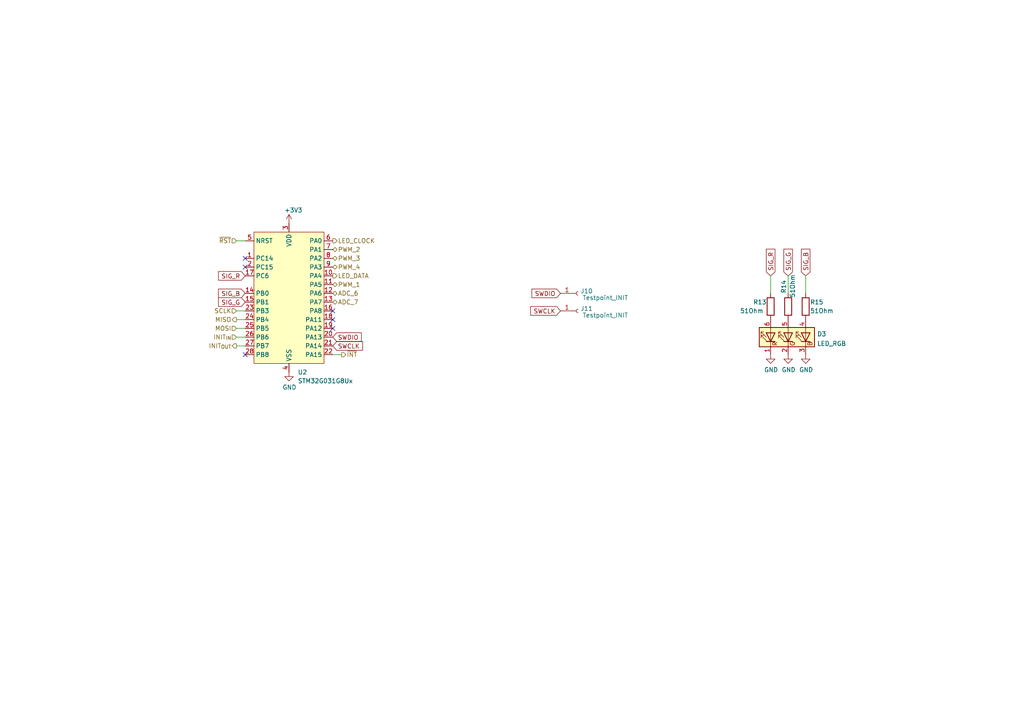
<source format=kicad_sch>
(kicad_sch (version 20211123) (generator eeschema)
  (paper "A4")
  (lib_symbols
    (symbol "Connector:Conn_01x01_Female" (pin_names (offset 1.016) hide)
      (property "Reference" "J" (at 0 2.54 0))
      (property "Value" "Conn_01x01_Female" (at 0 -2.54 0))
      (symbol "Conn_01x01_Female_1_1"
        (polyline (pts (xy -1.27 0) (xy -0.508 0)) (stroke (width 0.1524)))
        (arc (start 0 0.508) (mid -0.508 0) (end 0 -0.508) (stroke (width 0.1524)))
        (pin passive line (at -5.08 0 0) (length 3.81) (name "Pin_1") (number "1"))
      )
    )
    (symbol "Device:LED_RGB" (pin_names (offset 0) hide)
      (property "Reference" "D" (at 0 9.398 0))
      (property "Value" "LED_RGB" (at 0 -8.89 0))
      (symbol "LED_RGB_0_0"
        (text "B" (at -1.905 -6.35 0) (effects (font (size 1.27 1.27))))
        (text "G" (at -1.905 -1.27 0) (effects (font (size 1.27 1.27))))
        (text "R" (at -1.905 3.81 0) (effects (font (size 1.27 1.27))))
      )
      (symbol "LED_RGB_0_1"
        (polyline (pts (xy -1.27 -5.08) (xy -2.54 -5.08)))
        (polyline (pts (xy -1.27 -5.08) (xy 1.27 -5.08)))
        (polyline (pts (xy -1.27 -3.81) (xy -1.27 -6.35)) (stroke (width 0.254)))
        (polyline (pts (xy -1.27 0) (xy -2.54 0)))
        (polyline (pts (xy -1.27 1.27) (xy -1.27 -1.27)) (stroke (width 0.254)))
        (polyline (pts (xy -1.27 5.08) (xy -2.54 5.08)))
        (polyline (pts (xy -1.27 5.08) (xy 1.27 5.08)))
        (polyline (pts (xy -1.27 6.35) (xy -1.27 3.81)) (stroke (width 0.254)))
        (polyline (pts (xy 1.27 -5.08) (xy 2.54 -5.08)))
        (polyline (pts (xy 1.27 0) (xy -1.27 0)))
        (polyline (pts (xy 1.27 0) (xy 2.54 0)))
        (polyline (pts (xy 1.27 5.08) (xy 2.54 5.08)))
        (polyline (pts (xy -1.27 1.27) (xy -1.27 -1.27) (xy -1.27 -1.27)))
        (polyline (pts (xy -1.27 6.35) (xy -1.27 3.81) (xy -1.27 3.81)))
        (polyline (pts (xy 1.27 -3.81) (xy 1.27 -6.35) (xy -1.27 -5.08) (xy 1.27 -3.81)) (stroke (width 0.254)))
        (polyline (pts (xy 1.27 1.27) (xy 1.27 -1.27) (xy -1.27 0) (xy 1.27 1.27)) (stroke (width 0.254)))
        (polyline (pts (xy 1.27 6.35) (xy 1.27 3.81) (xy -1.27 5.08) (xy 1.27 6.35)) (stroke (width 0.254)))
        (polyline (pts (xy -1.016 -3.81) (xy 0.508 -2.286) (xy -0.254 -2.286) (xy 0.508 -2.286) (xy 0.508 -3.048)))
        (polyline (pts (xy -1.016 1.27) (xy 0.508 2.794) (xy -0.254 2.794) (xy 0.508 2.794) (xy 0.508 2.032)))
        (polyline (pts (xy -1.016 6.35) (xy 0.508 7.874) (xy -0.254 7.874) (xy 0.508 7.874) (xy 0.508 7.112)))
        (polyline (pts (xy 0 -3.81) (xy 1.524 -2.286) (xy 0.762 -2.286) (xy 1.524 -2.286) (xy 1.524 -3.048)))
        (polyline (pts (xy 0 1.27) (xy 1.524 2.794) (xy 0.762 2.794) (xy 1.524 2.794) (xy 1.524 2.032)))
        (polyline (pts (xy 0 6.35) (xy 1.524 7.874) (xy 0.762 7.874) (xy 1.524 7.874) (xy 1.524 7.112)))
        (rectangle (start 1.27 -1.27) (end 1.27 1.27))
        (rectangle (start 1.27 1.27) (end 1.27 1.27))
        (rectangle (start 1.27 3.81) (end 1.27 6.35))
        (rectangle (start 1.27 6.35) (end 1.27 6.35))
        (rectangle (start 2.794 8.382) (end -2.794 -7.62) (stroke (width 0.254)) (fill (type background)))
      )
      (symbol "LED_RGB_1_1"
        (pin passive line (at -5.08 5.08 0) (length 2.54) (name "RK") (number "1"))
        (pin passive line (at -5.08 0 0) (length 2.54) (name "GK") (number "2"))
        (pin passive line (at -5.08 -5.08 0) (length 2.54) (name "BK") (number "3"))
        (pin passive line (at 5.08 -5.08 180) (length 2.54) (name "BA") (number "4"))
        (pin passive line (at 5.08 0 180) (length 2.54) (name "GA") (number "5"))
        (pin passive line (at 5.08 5.08 180) (length 2.54) (name "RA") (number "6"))
      )
    )
    (symbol "Device:R" (pin_numbers hide) (pin_names (offset 0))
      (property "Reference" "R" (at 2.032 0 90))
      (property "Value" "R" (at 0 0 90))
      (symbol "R_0_1"
        (rectangle (start -1.016 -2.54) (end 1.016 2.54) (stroke (width 0.254)))
      )
      (symbol "R_1_1"
        (pin passive line (at 0 3.81 270) (length 1.27) (name "~") (number "1"))
        (pin passive line (at 0 -3.81 90) (length 1.27) (name "~") (number "2"))
      )
    )
    (symbol "fiatlux:STM32G031G8Ux"
      (property "Reference" "U" (at 2.54 -21.59 0))
      (property "Value" "STM32G031G8Ux" (at 2.54 -24.13 0))
      (symbol "STM32G031G8Ux_0_1"
        (rectangle (start -10.16 19.05) (end 10.16 -19.05) (fill (type background)))
      )
      (symbol "STM32G031G8Ux_1_1"
        (pin bidirectional line (at -12.7 11.43 0) (length 2.54) (name "PC14") (number "1"))
        (pin bidirectional line (at 12.7 6.35 180) (length 2.54) (name "PA4") (number "10"))
        (pin bidirectional line (at 12.7 3.81 180) (length 2.54) (name "PA5") (number "11"))
        (pin bidirectional line (at 12.7 1.27 180) (length 2.54) (name "PA6") (number "12"))
        (pin bidirectional line (at 12.7 -1.27 180) (length 2.54) (name "PA7") (number "13"))
        (pin bidirectional line (at -12.7 1.27 0) (length 2.54) (name "PB0") (number "14"))
        (pin bidirectional line (at -12.7 -1.27 0) (length 2.54) (name "PB1") (number "15"))
        (pin bidirectional line (at 12.7 -3.81 180) (length 2.54) (name "PA8") (number "16"))
        (pin bidirectional line (at -12.7 6.35 0) (length 2.54) (name "PC6") (number "17"))
        (pin bidirectional line (at 12.7 -6.35 180) (length 2.54) (name "PA11") (number "18"))
        (pin bidirectional line (at 12.7 -8.89 180) (length 2.54) (name "PA12") (number "19"))
        (pin bidirectional line (at -12.7 8.89 0) (length 2.54) (name "PC15") (number "2"))
        (pin bidirectional line (at 12.7 -11.43 180) (length 2.54) (name "PA13") (number "20"))
        (pin bidirectional line (at 12.7 -13.97 180) (length 2.54) (name "PA14") (number "21"))
        (pin bidirectional line (at 12.7 -16.51 180) (length 2.54) (name "PA15") (number "22"))
        (pin bidirectional line (at -12.7 -3.81 0) (length 2.54) (name "PB3") (number "23"))
        (pin bidirectional line (at -12.7 -6.35 0) (length 2.54) (name "PB4") (number "24"))
        (pin bidirectional line (at -12.7 -8.89 0) (length 2.54) (name "PB5") (number "25"))
        (pin bidirectional line (at -12.7 -11.43 0) (length 2.54) (name "PB6") (number "26"))
        (pin bidirectional line (at -12.7 -13.97 0) (length 2.54) (name "PB7") (number "27"))
        (pin bidirectional line (at -12.7 -16.51 0) (length 2.54) (name "PB8") (number "28"))
        (pin power_in line (at 0 21.59 270) (length 2.54) (name "VDD") (number "3"))
        (pin power_in line (at 0 -21.59 90) (length 2.54) (name "VSS") (number "4"))
        (pin input line (at -12.7 16.51 0) (length 2.54) (name "NRST") (number "5"))
        (pin bidirectional line (at 12.7 16.51 180) (length 2.54) (name "PA0") (number "6"))
        (pin bidirectional line (at 12.7 13.97 180) (length 2.54) (name "PA1") (number "7"))
        (pin bidirectional line (at 12.7 11.43 180) (length 2.54) (name "PA2") (number "8"))
        (pin bidirectional line (at 12.7 8.89 180) (length 2.54) (name "PA3") (number "9"))
      )
    )
    (symbol "power:+3.3V" (power) (pin_names (offset 0))
      (property "Value" "+3.3V" (at 0 3.556 0))
      (symbol "+3.3V_0_1"
        (polyline (pts (xy -0.762 1.27) (xy 0 2.54)))
        (polyline (pts (xy 0 0) (xy 0 2.54)))
        (polyline (pts (xy 0 2.54) (xy 0.762 1.27)))
      )
      (symbol "+3.3V_1_1"
        (pin power_in line (at 0 0 90) (length 0) hide (name "+3V3") (number "1"))
      )
    )
    (symbol "power:GND" (power) (pin_names (offset 0))
      (property "Value" "GND" (at 0 -3.81 0))
      (symbol "GND_0_1"
        (polyline (pts (xy 0 0) (xy 0 -1.27) (xy 1.27 -1.27) (xy 0 -2.54) (xy -1.27 -1.27) (xy 0 -1.27)))
      )
      (symbol "GND_1_1"
        (pin power_in line (at 0 0 270) (length 0) hide (name "GND") (number "1"))
      )
    )
  )
  (no_connect (at 71.12 74.93))
  (no_connect (at 96.52 90.17))
  (no_connect (at 71.12 102.87))
  (no_connect (at 71.12 77.47))
  (no_connect (at 96.52 92.71))
  (no_connect (at 96.52 95.25))
  (wire (pts (xy 228.6 80.01) (xy 228.6 85.09)))
  (wire (pts (xy 68.58 95.25) (xy 71.12 95.25)))
  (wire (pts (xy 68.58 92.71) (xy 71.12 92.71)))
  (wire (pts (xy 71.12 97.79) (xy 68.58 97.79)))
  (wire (pts (xy 233.68 80.01) (xy 233.68 85.09)))
  (wire (pts (xy 99.06 102.87) (xy 96.52 102.87)))
  (wire (pts (xy 223.52 80.01) (xy 223.52 85.09)))
  (wire (pts (xy 68.58 69.85) (xy 71.12 69.85)))
  (wire (pts (xy 68.58 90.17) (xy 71.12 90.17)))
  (wire (pts (xy 71.12 100.33) (xy 68.58 100.33)))
  (global_label "SWDIO" (shape input) (at 162.56 85.09 180) (property "Referenzen zwischen Schaltplänen" "${INTERSHEET_REFS}" (effects hide)))
  (global_label "SIG_B" (shape input) (at 233.68 80.01 90) (property "Referenzen zwischen Schaltplänen" "${INTERSHEET_REFS}" (effects hide)))
  (global_label "SIG_R" (shape input) (at 223.52 80.01 90) (property "Referenzen zwischen Schaltplänen" "${INTERSHEET_REFS}" (effects hide)))
  (global_label "SIG_B" (shape input) (at 71.12 85.09 180) (property "Referenzen zwischen Schaltplänen" "${INTERSHEET_REFS}" (effects hide)))
  (global_label "SIG_G" (shape input) (at 228.6 80.01 90) (property "Referenzen zwischen Schaltplänen" "${INTERSHEET_REFS}" (effects hide)))
  (global_label "SWCLK" (shape input) (at 96.52 100.33 0) (property "Referenzen zwischen Schaltplänen" "${INTERSHEET_REFS}" (effects hide)))
  (global_label "SIG_G" (shape input) (at 71.12 87.63 180) (property "Referenzen zwischen Schaltplänen" "${INTERSHEET_REFS}" (effects hide)))
  (global_label "SWDIO" (shape input) (at 96.52 97.79 0) (property "Referenzen zwischen Schaltplänen" "${INTERSHEET_REFS}" (effects hide)))
  (global_label "SIG_R" (shape input) (at 71.12 80.01 180) (property "Referenzen zwischen Schaltplänen" "${INTERSHEET_REFS}" (effects hide)))
  (global_label "SWCLK" (shape input) (at 162.56 90.17 180) (property "Referenzen zwischen Schaltplänen" "${INTERSHEET_REFS}" (effects hide)))
  (hierarchical_label "PWM_1" (shape bidirectional) (at 96.52 82.55 0))
  (hierarchical_label "~{RST}" (shape input) (at 68.58 69.85 180))
  (hierarchical_label "INIT_{IN}" (shape input) (at 68.58 97.79 180))
  (hierarchical_label "PWM_3" (shape bidirectional) (at 96.52 74.93 0))
  (hierarchical_label "ADC_6" (shape bidirectional) (at 96.52 85.09 0))
  (hierarchical_label "INIT_{OUT}" (shape output) (at 68.58 100.33 180))
  (hierarchical_label "~{INT}" (shape output) (at 99.06 102.87 0))
  (hierarchical_label "PWM_2" (shape bidirectional) (at 96.52 72.39 0))
  (hierarchical_label "ADC_7" (shape bidirectional) (at 96.52 87.63 0))
  (hierarchical_label "LED_DATA" (shape output) (at 96.52 80.01 0))
  (hierarchical_label "MOSI" (shape input) (at 68.58 95.25 180))
  (hierarchical_label "PWM_4" (shape bidirectional) (at 96.52 77.47 0))
  (hierarchical_label "SCLK" (shape input) (at 68.58 90.17 180))
  (hierarchical_label "LED_CLOCK" (shape output) (at 96.52 69.85 0))
  (hierarchical_label "MISO" (shape output) (at 68.58 92.71 180))
  (symbol (lib_id "fiatlux:STM32G031G8Ux") (at 83.82 86.36 0) (unit 1)
    (property "Reference" "U2" (at 86.36 107.95 0) (effects (justify left)))
    (property "Value" "STM32G031G8Ux" (at 86.36 110.49 0) (effects (justify left)))
    (property "Footprint" "Package_DFN_QFN:QFN-28_4x4mm_P0.5mm" (effects hide))
  )
  (symbol (lib_id "Device:R") (at 233.68 88.9 180) (unit 1)
    (property "Reference" "R15" (at 234.95 87.63 0) (effects (justify right)))
    (property "Value" "51Ohm" (at 234.95 90.17 0) (effects (justify right)))
    (property "Footprint" "Resistor_SMD:R_0603_1608Metric" (effects hide))
    (property "LCSC" "C23197" (effects hide))
  )
  (symbol (lib_id "Device:R") (at 228.6 88.9 180) (unit 1)
    (property "Reference" "R14" (at 227.33 85.09 90) (effects (justify right)))
    (property "Value" "51Ohm" (at 229.87 86.36 90) (effects (justify right)))
    (property "Footprint" "Resistor_SMD:R_0603_1608Metric" (effects hide))
    (property "LCSC" "C23197" (effects hide))
  )
  (symbol (lib_id "power:+3.3V") (at 83.82 64.77 0) (unit 1)
    (property "Reference" "#PWR026" (effects hide))
    (property "Value" "+3.3V" (at 85.09 60.96 0))
  )
  (symbol (lib_id "power:GND") (at 228.6 102.87 0) (unit 1)
    (property "Reference" "#PWR029" (effects hide))
    (property "Value" "GND" (at 228.727 107.2642 0))
  )
  (symbol (lib_id "Device:LED_RGB") (at 228.6 97.79 90) (unit 1)
    (property "Reference" "D3" (at 236.982 96.8815 90) (effects (justify right)))
    (property "Value" "LED_RGB" (at 236.982 99.6566 90) (effects (justify right)))
    (property "Footprint" "LED_SMD:LED_RGB_5050-6" (effects hide))
    (property "LCSC" "-" (effects hide))
  )
  (symbol (lib_id "Connector:Conn_01x01_Female") (at 167.64 90.17 0) (unit 1)
    (property "Reference" "J11" (at 168.3512 89.5096 0) (effects (justify left)))
    (property "Value" "Testpoint_INIT" (at 168.91 91.44 0) (effects (justify left)))
    (property "Footprint" "TestPoint:TestPoint_Pad_D2.0mm" (effects hide))
    (property "LCSC" "-" (effects hide))
  )
  (symbol (lib_id "Device:R") (at 223.52 88.9 180) (unit 1)
    (property "Reference" "R13" (at 218.44 87.63 0) (effects (justify right)))
    (property "Value" "51Ohm" (at 214.63 90.17 0) (effects (justify right)))
    (property "Footprint" "Resistor_SMD:R_0603_1608Metric" (effects hide))
    (property "LCSC" "C23197" (effects hide))
  )
  (symbol (lib_id "Connector:Conn_01x01_Female") (at 167.64 85.09 0) (unit 1)
    (property "Reference" "J10" (at 168.3512 84.4296 0) (effects (justify left)))
    (property "Value" "Testpoint_INIT" (at 168.91 86.36 0) (effects (justify left)))
    (property "Footprint" "TestPoint:TestPoint_Pad_D2.0mm" (effects hide))
    (property "LCSC" "-" (effects hide))
  )
  (symbol (lib_id "power:GND") (at 83.82 107.95 0) (unit 1)
    (property "Reference" "#PWR027" (effects hide))
    (property "Value" "GND" (at 83.947 112.3442 0))
  )
  (symbol (lib_id "power:GND") (at 223.52 102.87 0) (unit 1)
    (property "Reference" "#PWR028" (effects hide))
    (property "Value" "GND" (at 223.647 107.2642 0))
  )
  (symbol (lib_id "power:GND") (at 233.68 102.87 0) (unit 1)
    (property "Reference" "#PWR030" (effects hide))
    (property "Value" "GND" (at 233.807 107.2642 0))
  )
)
</source>
